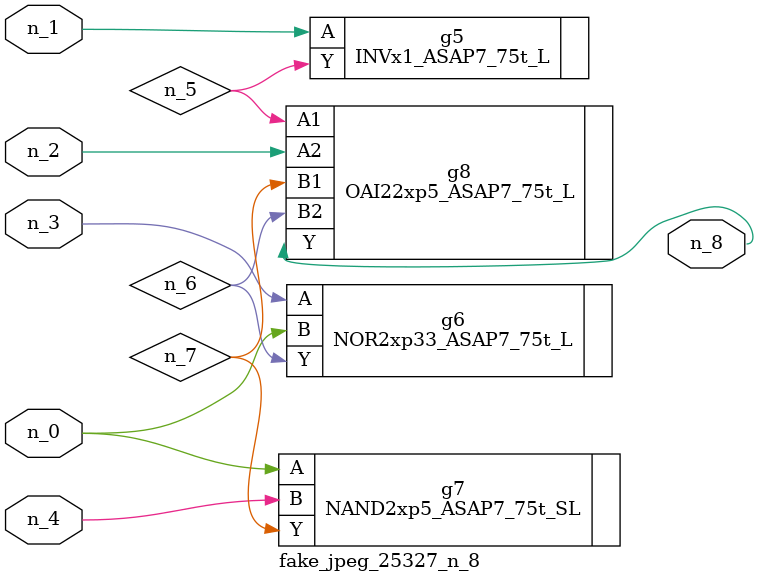
<source format=v>
module fake_jpeg_25327_n_8 (n_3, n_2, n_1, n_0, n_4, n_8);

input n_3;
input n_2;
input n_1;
input n_0;
input n_4;

output n_8;

wire n_6;
wire n_5;
wire n_7;

INVx1_ASAP7_75t_L g5 ( 
.A(n_1),
.Y(n_5)
);

NOR2xp33_ASAP7_75t_L g6 ( 
.A(n_3),
.B(n_0),
.Y(n_6)
);

NAND2xp5_ASAP7_75t_SL g7 ( 
.A(n_0),
.B(n_4),
.Y(n_7)
);

OAI22xp5_ASAP7_75t_L g8 ( 
.A1(n_5),
.A2(n_2),
.B1(n_7),
.B2(n_6),
.Y(n_8)
);


endmodule
</source>
